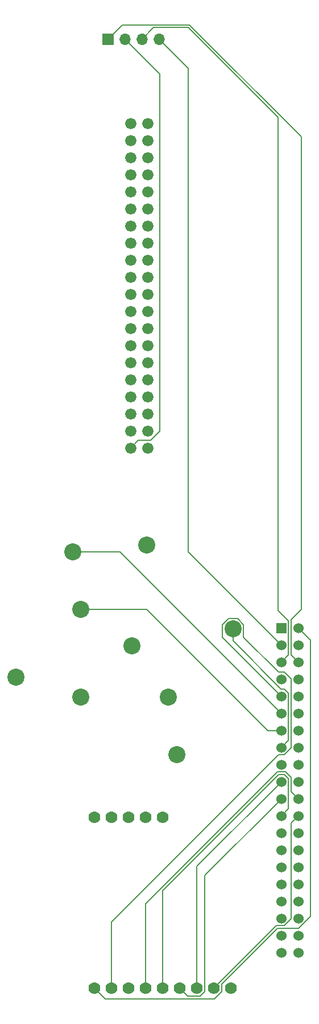
<source format=gbr>
%TF.GenerationSoftware,KiCad,Pcbnew,9.0.0*%
%TF.CreationDate,2025-03-07T03:21:26-05:00*%
%TF.ProjectId,Radio,52616469-6f2e-46b6-9963-61645f706362,1*%
%TF.SameCoordinates,Original*%
%TF.FileFunction,Copper,L2,Bot*%
%TF.FilePolarity,Positive*%
%FSLAX46Y46*%
G04 Gerber Fmt 4.6, Leading zero omitted, Abs format (unit mm)*
G04 Created by KiCad (PCBNEW 9.0.0) date 2025-03-07 03:21:26*
%MOMM*%
%LPD*%
G01*
G04 APERTURE LIST*
%TA.AperFunction,ComponentPad*%
%ADD10R,1.524000X1.524000*%
%TD*%
%TA.AperFunction,ComponentPad*%
%ADD11C,1.524000*%
%TD*%
%TA.AperFunction,ComponentPad*%
%ADD12C,1.778000*%
%TD*%
%TA.AperFunction,ComponentPad*%
%ADD13C,2.540000*%
%TD*%
%TA.AperFunction,ComponentPad*%
%ADD14R,1.700000X1.700000*%
%TD*%
%TA.AperFunction,ComponentPad*%
%ADD15O,1.700000X1.700000*%
%TD*%
%TA.AperFunction,ComponentPad*%
%ADD16C,1.676400*%
%TD*%
%TA.AperFunction,Conductor*%
%ADD17C,0.200000*%
%TD*%
G04 APERTURE END LIST*
D10*
%TO.P,U3,1,3V3*%
%TO.N,Net-(J1-Pin_1)*%
X152933400Y-109474000D03*
D11*
%TO.P,U3,2,5V*%
%TO.N,Net-(U4-Vin)*%
X155473400Y-109474000D03*
%TO.P,U3,3,GPIO2/SDA1*%
%TO.N,Net-(J1-Pin_3)*%
X152933400Y-112014000D03*
%TO.P,U3,4,5V*%
%TO.N,Net-(J1-Pin_4)*%
X155473400Y-112014000D03*
%TO.P,U3,5,GPIO3/SCL1*%
%TO.N,Net-(J1-Pin_5)*%
X152933400Y-114554000D03*
%TO.P,U3,6,GND*%
%TO.N,Net-(U2-GND)*%
X155473400Y-114554000D03*
%TO.P,U3,7,GPIO4/GPIO_GCKL*%
%TO.N,unconnected-(U3-GPIO4{slash}GPIO_GCKL-Pad7)*%
X152933400Y-117094000D03*
%TO.P,U3,8,GPIO14/TXD0*%
%TO.N,unconnected-(U3-GPIO14{slash}TXD0-Pad8)*%
X155473400Y-117094000D03*
%TO.P,U3,9,GND*%
%TO.N,Net-(J1-Pin_9)*%
X152933400Y-119634000D03*
%TO.P,U3,10,GPIO15/RXD0*%
%TO.N,unconnected-(U3-GPIO15{slash}RXD0-Pad10)*%
X155473400Y-119634000D03*
%TO.P,U3,11,GPIO17/GPIO_GEN0*%
%TO.N,Net-(U1-SW2)*%
X152933400Y-122174000D03*
%TO.P,U3,12,GPIO18/GPIO_GEN1*%
%TO.N,Net-(J1-Pin_12)*%
X155473400Y-122174000D03*
%TO.P,U3,13,GPIO27/GPIO_GEN2*%
%TO.N,Net-(U1-ENCA)*%
X152933400Y-124714000D03*
%TO.P,U3,14,GND*%
%TO.N,unconnected-(U3-GND-Pad14)*%
X155473400Y-124714000D03*
%TO.P,U3,15,GPIO22/GPIO_GEN3*%
%TO.N,Net-(U1-SW5)*%
X152933400Y-127254000D03*
%TO.P,U3,16,GPIO23/GPIO_GEN4*%
%TO.N,unconnected-(U3-GPIO23{slash}GPIO_GEN4-Pad16)*%
X155473400Y-127254000D03*
%TO.P,U3,17,3V3*%
%TO.N,unconnected-(U3-3V3-Pad17)*%
X152933400Y-129794000D03*
%TO.P,U3,18,GPIO24/GPIO_GEN5*%
%TO.N,Net-(U1-SW1)*%
X155473400Y-129794000D03*
%TO.P,U3,19,GPIO10/SPI_MOSI*%
%TO.N,Net-(U3-GPIO10{slash}SPI_MOSI)*%
X152933400Y-132334000D03*
%TO.P,U3,20,GND*%
%TO.N,Net-(U1-COMB)*%
X155473400Y-132334000D03*
%TO.P,U3,21,GPIO9/SPI_MISO*%
%TO.N,Net-(U3-GPIO9{slash}SPI_MISO)*%
X152933400Y-134874000D03*
%TO.P,U3,22,GPIO25/GPIO_GEN6*%
%TO.N,Net-(U3-GPIO25{slash}GPIO_GEN6)*%
X155473400Y-134874000D03*
%TO.P,U3,23,GPIO11/SPI_SCLK*%
%TO.N,Net-(U3-GPIO11{slash}SPI_SCLK)*%
X152933400Y-137414000D03*
%TO.P,U3,24,GPIO8/~{SPI_CE0}*%
%TO.N,Net-(U3-GPIO8{slash}~{SPI_CE0})*%
X155473400Y-137414000D03*
%TO.P,U3,25,GND*%
%TO.N,Net-(U1-COMA)*%
X152933400Y-139954000D03*
%TO.P,U3,26,GPIO7/~{SPI_CE1}*%
%TO.N,unconnected-(U3-GPIO7{slash}~{SPI_CE1}-Pad26)*%
X155473400Y-139954000D03*
%TO.P,U3,27,ID_SD*%
%TO.N,unconnected-(U3-ID_SD-Pad27)*%
X152933400Y-142494000D03*
%TO.P,U3,28,ID_SC*%
%TO.N,unconnected-(U3-ID_SC-Pad28)*%
X155473400Y-142494000D03*
%TO.P,U3,29,GPIO5*%
%TO.N,Net-(U1-ENCB)*%
X152933400Y-145034000D03*
%TO.P,U3,30,GND*%
%TO.N,unconnected-(U3-GND-Pad30)*%
X155473400Y-145034000D03*
%TO.P,U3,31,GPIO6*%
%TO.N,unconnected-(U3-GPIO6-Pad31)*%
X152933400Y-147574000D03*
%TO.P,U3,32,GPIO12*%
%TO.N,Net-(U1-SW3)*%
X155473400Y-147574000D03*
%TO.P,U3,33,GPIO13*%
%TO.N,Net-(U1-SW4)*%
X152933400Y-150114000D03*
%TO.P,U3,34,GND*%
%TO.N,unconnected-(U3-GND-Pad34)*%
X155473400Y-150114000D03*
%TO.P,U3,35,GPIO19*%
%TO.N,Net-(J1-Pin_35)*%
X152933400Y-152654000D03*
%TO.P,U3,36,GPIO16*%
%TO.N,unconnected-(U3-GPIO16-Pad36)*%
X155473400Y-152654000D03*
%TO.P,U3,37,GPIO26*%
%TO.N,Net-(U3-GPIO26)*%
X152933400Y-155194000D03*
%TO.P,U3,38,GPIO20*%
%TO.N,Net-(J1-Pin_38)*%
X155473400Y-155194000D03*
%TO.P,U3,39,GND*%
%TO.N,unconnected-(U3-GND-Pad39)*%
X152933400Y-157734000D03*
%TO.P,U3,40,GPIO21*%
%TO.N,Net-(J1-Pin_40)*%
X155473400Y-157734000D03*
%TD*%
D12*
%TO.P,U4,G5,G5*%
%TO.N,unconnected-(U4-PadG5)*%
X135255000Y-137642600D03*
%TO.P,U4,G4,G4*%
%TO.N,unconnected-(U4-PadG4)*%
X132715000Y-137642600D03*
%TO.P,U4,G3,G3*%
%TO.N,unconnected-(U4-PadG3)*%
X130175000Y-137642600D03*
%TO.P,U4,G2,G2*%
%TO.N,unconnected-(U4-PadG2)*%
X127635000Y-137642600D03*
%TO.P,U4,G1,G1*%
%TO.N,unconnected-(U4-PadG1)*%
X125095000Y-137642600D03*
%TO.P,U4,9,RST*%
%TO.N,Net-(U3-GPIO26)*%
X145415000Y-163042600D03*
%TO.P,U4,8,CS*%
%TO.N,Net-(U3-GPIO8{slash}~{SPI_CE0})*%
X142875000Y-163042600D03*
%TO.P,U4,7,MOSI*%
%TO.N,Net-(U3-GPIO10{slash}SPI_MOSI)*%
X140335000Y-163042600D03*
%TO.P,U4,6,MISO*%
%TO.N,Net-(U3-GPIO9{slash}SPI_MISO)*%
X137795000Y-163042600D03*
%TO.P,U4,5,SCK*%
%TO.N,Net-(U3-GPIO11{slash}SPI_SCLK)*%
X135255000Y-163042600D03*
%TO.P,U4,4,G0*%
%TO.N,Net-(U3-GPIO25{slash}GPIO_GEN6)*%
X132715000Y-163042600D03*
%TO.P,U4,3,EN*%
%TO.N,unconnected-(U4-EN-Pad3)*%
X130175000Y-163042600D03*
%TO.P,U4,2,GND*%
%TO.N,Net-(J1-Pin_9)*%
X127635000Y-163042600D03*
%TO.P,U4,1,Vin*%
%TO.N,Net-(U4-Vin)*%
X125095000Y-163042600D03*
%TD*%
D13*
%TO.P,U1,A,ENCA*%
%TO.N,Net-(U1-ENCA)*%
X123047072Y-106684836D03*
%TO.P,U1,B,ENCB*%
%TO.N,Net-(U1-ENCB)*%
X123047072Y-119780454D03*
%TO.P,U1,COM_A,COMA*%
%TO.N,Net-(U1-COMA)*%
X136142690Y-119780454D03*
%TO.P,U1,COM_B,COMB*%
%TO.N,Net-(U1-COMB)*%
X132847572Y-97153037D03*
%TO.P,U1,S1,SW1*%
%TO.N,Net-(U1-SW1)*%
X130705039Y-112122487D03*
%TO.P,U1,S2,SW2*%
%TO.N,Net-(U1-SW2)*%
X121844991Y-98128844D03*
%TO.P,U1,S3,SW3*%
%TO.N,Net-(U1-SW3)*%
X113444562Y-116838890D03*
%TO.P,U1,S4,SW4*%
%TO.N,Net-(U1-SW4)*%
X137344771Y-128336446D03*
%TO.P,U1,S5,SW5*%
%TO.N,Net-(U1-SW5)*%
X145745200Y-109626400D03*
%TD*%
D14*
%TO.P,U2,1,GND*%
%TO.N,Net-(U2-GND)*%
X127127000Y-21945600D03*
D15*
%TO.P,U2,2,VCC*%
%TO.N,Net-(J1-Pin_1)*%
X129667000Y-21945600D03*
%TO.P,U2,3,SCL*%
%TO.N,Net-(J1-Pin_5)*%
X132207000Y-21945600D03*
%TO.P,U2,4,SDA*%
%TO.N,Net-(J1-Pin_3)*%
X134747000Y-21945600D03*
%TD*%
D16*
%TO.P,J1,1,Pin_1*%
%TO.N,Net-(J1-Pin_1)*%
X130479800Y-82727800D03*
%TO.P,J1,2,Pin_2*%
%TO.N,unconnected-(J1-Pin_2-Pad2)*%
X133019800Y-82727800D03*
%TO.P,J1,3,Pin_3*%
%TO.N,Net-(J1-Pin_3)*%
X130479800Y-80187800D03*
%TO.P,J1,4,Pin_4*%
%TO.N,Net-(J1-Pin_4)*%
X133019800Y-80187800D03*
%TO.P,J1,5,Pin_5*%
%TO.N,Net-(J1-Pin_5)*%
X130479800Y-77647800D03*
%TO.P,J1,6,Pin_6*%
%TO.N,unconnected-(J1-Pin_6-Pad6)*%
X133019800Y-77647800D03*
%TO.P,J1,7,Pin_7*%
%TO.N,unconnected-(J1-Pin_7-Pad7)*%
X130479800Y-75107800D03*
%TO.P,J1,8,Pin_8*%
%TO.N,unconnected-(J1-Pin_8-Pad8)*%
X133019800Y-75107800D03*
%TO.P,J1,9,Pin_9*%
%TO.N,Net-(J1-Pin_9)*%
X130479800Y-72567800D03*
%TO.P,J1,10,Pin_10*%
%TO.N,unconnected-(J1-Pin_10-Pad10)*%
X133019800Y-72567800D03*
%TO.P,J1,11,Pin_11*%
%TO.N,unconnected-(J1-Pin_11-Pad11)*%
X130479800Y-70027800D03*
%TO.P,J1,12,Pin_12*%
%TO.N,Net-(J1-Pin_12)*%
X133019800Y-70027800D03*
%TO.P,J1,13,Pin_13*%
%TO.N,unconnected-(J1-Pin_13-Pad13)*%
X130479800Y-67487800D03*
%TO.P,J1,14,Pin_14*%
%TO.N,unconnected-(J1-Pin_14-Pad14)*%
X133019800Y-67487800D03*
%TO.P,J1,15,Pin_15*%
%TO.N,unconnected-(J1-Pin_15-Pad15)*%
X130479800Y-64947800D03*
%TO.P,J1,16,Pin_16*%
%TO.N,unconnected-(J1-Pin_16-Pad16)*%
X133019800Y-64947800D03*
%TO.P,J1,17,Pin_17*%
%TO.N,unconnected-(J1-Pin_17-Pad17)*%
X130479800Y-62407800D03*
%TO.P,J1,18,Pin_18*%
%TO.N,unconnected-(J1-Pin_18-Pad18)*%
X133019800Y-62407800D03*
%TO.P,J1,19,Pin_19*%
%TO.N,unconnected-(J1-Pin_19-Pad19)*%
X130479800Y-59867800D03*
%TO.P,J1,20,Pin_20*%
%TO.N,unconnected-(J1-Pin_20-Pad20)*%
X133019800Y-59867800D03*
%TO.P,J1,21,Pin_21*%
%TO.N,unconnected-(J1-Pin_21-Pad21)*%
X130479800Y-57327800D03*
%TO.P,J1,22,Pin_22*%
%TO.N,unconnected-(J1-Pin_22-Pad22)*%
X133019800Y-57327800D03*
%TO.P,J1,23,Pin_23*%
%TO.N,unconnected-(J1-Pin_23-Pad23)*%
X130479800Y-54787800D03*
%TO.P,J1,24,Pin_24*%
%TO.N,unconnected-(J1-Pin_24-Pad24)*%
X133019800Y-54787800D03*
%TO.P,J1,25,Pin_25*%
%TO.N,unconnected-(J1-Pin_25-Pad25)*%
X130479800Y-52247800D03*
%TO.P,J1,26,Pin_26*%
%TO.N,unconnected-(J1-Pin_26-Pad26)*%
X133019800Y-52247800D03*
%TO.P,J1,27,Pin_27*%
%TO.N,unconnected-(J1-Pin_27-Pad27)*%
X130479800Y-49707800D03*
%TO.P,J1,28,Pin_28*%
%TO.N,unconnected-(J1-Pin_28-Pad28)*%
X133019800Y-49707800D03*
%TO.P,J1,29,Pin_29*%
%TO.N,unconnected-(J1-Pin_29-Pad29)*%
X130479800Y-47167800D03*
%TO.P,J1,30,Pin_30*%
%TO.N,unconnected-(J1-Pin_30-Pad30)*%
X133019800Y-47167800D03*
%TO.P,J1,31,Pin_31*%
%TO.N,unconnected-(J1-Pin_31-Pad31)*%
X130479800Y-44627800D03*
%TO.P,J1,32,Pin_32*%
%TO.N,unconnected-(J1-Pin_32-Pad32)*%
X133019800Y-44627800D03*
%TO.P,J1,33,Pin_33*%
%TO.N,unconnected-(J1-Pin_33-Pad33)*%
X130479800Y-42087800D03*
%TO.P,J1,34,Pin_34*%
%TO.N,unconnected-(J1-Pin_34-Pad34)*%
X133019800Y-42087800D03*
%TO.P,J1,35,Pin_35*%
%TO.N,Net-(J1-Pin_35)*%
X130479800Y-39547800D03*
%TO.P,J1,36,Pin_36*%
%TO.N,unconnected-(J1-Pin_36-Pad36)*%
X133019800Y-39547800D03*
%TO.P,J1,37,Pin_37*%
%TO.N,unconnected-(J1-Pin_37-Pad37)*%
X130479800Y-37007800D03*
%TO.P,J1,38,Pin_38*%
%TO.N,Net-(J1-Pin_38)*%
X133019800Y-37007800D03*
%TO.P,J1,39,Pin_39*%
%TO.N,unconnected-(J1-Pin_39-Pad39)*%
X130479800Y-34467800D03*
%TO.P,J1,40,Pin_40*%
%TO.N,Net-(J1-Pin_40)*%
X133019800Y-34467800D03*
%TD*%
D17*
%TO.N,Net-(J1-Pin_5)*%
X152933400Y-114554000D02*
X153996400Y-113491000D01*
X153996400Y-113311900D02*
X153996400Y-108411000D01*
X152477400Y-33603240D02*
X139103960Y-20229800D01*
X139103960Y-20229800D02*
X133922800Y-20229800D01*
X153996400Y-108411000D02*
X152477400Y-106892000D01*
X152477400Y-106892000D02*
X152477400Y-33603240D01*
X153996400Y-113491000D02*
X153996400Y-113311900D01*
X133922800Y-20229800D02*
X132207000Y-21945600D01*
%TO.N,Net-(U2-GND)*%
X127127000Y-21945600D02*
X129243800Y-19828800D01*
X129243800Y-19828800D02*
X139270060Y-19828800D01*
X155929400Y-36488140D02*
X155929400Y-106712900D01*
X155929400Y-106712900D02*
X154397400Y-108244900D01*
X139270060Y-19828800D02*
X155929400Y-36488140D01*
X154397400Y-113478000D02*
X155473400Y-114554000D01*
X154397400Y-108244900D02*
X154397400Y-113478000D01*
%TO.N,Net-(J1-Pin_3)*%
X152933400Y-112014000D02*
X139065000Y-98145600D01*
X139065000Y-98145600D02*
X139065000Y-26263600D01*
X139065000Y-26263600D02*
X134747000Y-21945600D01*
%TO.N,Net-(J1-Pin_1)*%
X129667000Y-21945600D02*
X134835000Y-27113600D01*
X134835000Y-27113600D02*
X134835000Y-27406600D01*
X134835000Y-27406600D02*
X134835000Y-80245273D01*
X134835000Y-80245273D02*
X133491673Y-81588600D01*
X133491673Y-81588600D02*
X131619000Y-81588600D01*
X131619000Y-81588600D02*
X130479800Y-82727800D01*
%TO.N,Net-(U4-Vin)*%
X125095000Y-163042600D02*
X126686000Y-164633600D01*
X126686000Y-164633600D02*
X142966915Y-164633600D01*
X142966915Y-164633600D02*
X144065000Y-163535515D01*
X144065000Y-163535515D02*
X144065000Y-162419700D01*
X144065000Y-162419700D02*
X152366700Y-154118000D01*
X152366700Y-154118000D02*
X155512710Y-154118000D01*
X155512710Y-154118000D02*
X157285400Y-152345310D01*
X157285400Y-152345310D02*
X157285400Y-111286000D01*
X157285400Y-111286000D02*
X155473400Y-109474000D01*
%TO.N,Net-(J1-Pin_9)*%
X127635000Y-163042600D02*
X127635000Y-153175090D01*
X127635000Y-153175090D02*
X152493090Y-128317000D01*
X152493090Y-128317000D02*
X153373710Y-128317000D01*
X153373710Y-128317000D02*
X154397400Y-127293310D01*
X154397400Y-127293310D02*
X154397400Y-117054690D01*
X154397400Y-117054690D02*
X153373710Y-116031000D01*
X153373710Y-116031000D02*
X152493090Y-116031000D01*
X152493090Y-116031000D02*
X147316200Y-110854110D01*
X147316200Y-110854110D02*
X147316200Y-108975670D01*
X146395930Y-108055400D02*
X145094470Y-108055400D01*
X147316200Y-108975670D02*
X146395930Y-108055400D01*
X145094470Y-108055400D02*
X144174200Y-108975670D01*
X144174200Y-108975670D02*
X144174200Y-110874800D01*
X144174200Y-110874800D02*
X152933400Y-119634000D01*
%TO.N,Net-(U3-GPIO25{slash}GPIO_GEN6)*%
X132715000Y-163042600D02*
X132715000Y-150481990D01*
X132715000Y-150481990D02*
X152326990Y-130870000D01*
X152326990Y-130870000D02*
X153539810Y-130870000D01*
X153539810Y-130870000D02*
X154410400Y-131740590D01*
X154410400Y-131740590D02*
X154410400Y-133811000D01*
X154410400Y-133811000D02*
X155473400Y-134874000D01*
%TO.N,Net-(U3-GPIO11{slash}SPI_SCLK)*%
X135255000Y-163042600D02*
X135255000Y-148509090D01*
X135255000Y-148509090D02*
X152493090Y-131271000D01*
X152493090Y-131271000D02*
X153373710Y-131271000D01*
X153373710Y-131271000D02*
X153996400Y-131893690D01*
X153996400Y-131893690D02*
X153996400Y-136351000D01*
X153996400Y-136351000D02*
X152933400Y-137414000D01*
%TO.N,Net-(U3-GPIO9{slash}SPI_MISO)*%
X137795000Y-163042600D02*
X138985000Y-164232600D01*
X138985000Y-164232600D02*
X140827915Y-164232600D01*
X140827915Y-164232600D02*
X141525000Y-163535515D01*
X141525000Y-163535515D02*
X141525000Y-146282400D01*
X141525000Y-146282400D02*
X152933400Y-134874000D01*
%TO.N,Net-(U3-GPIO10{slash}SPI_MOSI)*%
X140335000Y-163042600D02*
X140335000Y-144932400D01*
X140335000Y-144932400D02*
X152933400Y-132334000D01*
%TO.N,Net-(U3-GPIO8{slash}~{SPI_CE0})*%
X142875000Y-163042600D02*
X152200600Y-153717000D01*
X152200600Y-153717000D02*
X153373710Y-153717000D01*
X154410400Y-152680310D02*
X154410400Y-138477000D01*
X153373710Y-153717000D02*
X154410400Y-152680310D01*
X154410400Y-138477000D02*
X155473400Y-137414000D01*
%TO.N,Net-(U1-SW5)*%
X152933400Y-127254000D02*
X153996400Y-126191000D01*
X153996400Y-126191000D02*
X153996400Y-119193690D01*
X153996400Y-119193690D02*
X153373710Y-118571000D01*
X153373710Y-118571000D02*
X152907090Y-118571000D01*
X152907090Y-118571000D02*
X145745200Y-111409110D01*
X145745200Y-111409110D02*
X145745200Y-109626400D01*
%TO.N,Net-(U1-SW2)*%
X152933400Y-122174000D02*
X128888244Y-98128844D01*
X128888244Y-98128844D02*
X121844991Y-98128844D01*
%TO.N,Net-(U1-ENCA)*%
X123047072Y-106684836D02*
X132897636Y-106684836D01*
X132897636Y-106684836D02*
X150926800Y-124714000D01*
X150926800Y-124714000D02*
X152933400Y-124714000D01*
%TD*%
M02*

</source>
